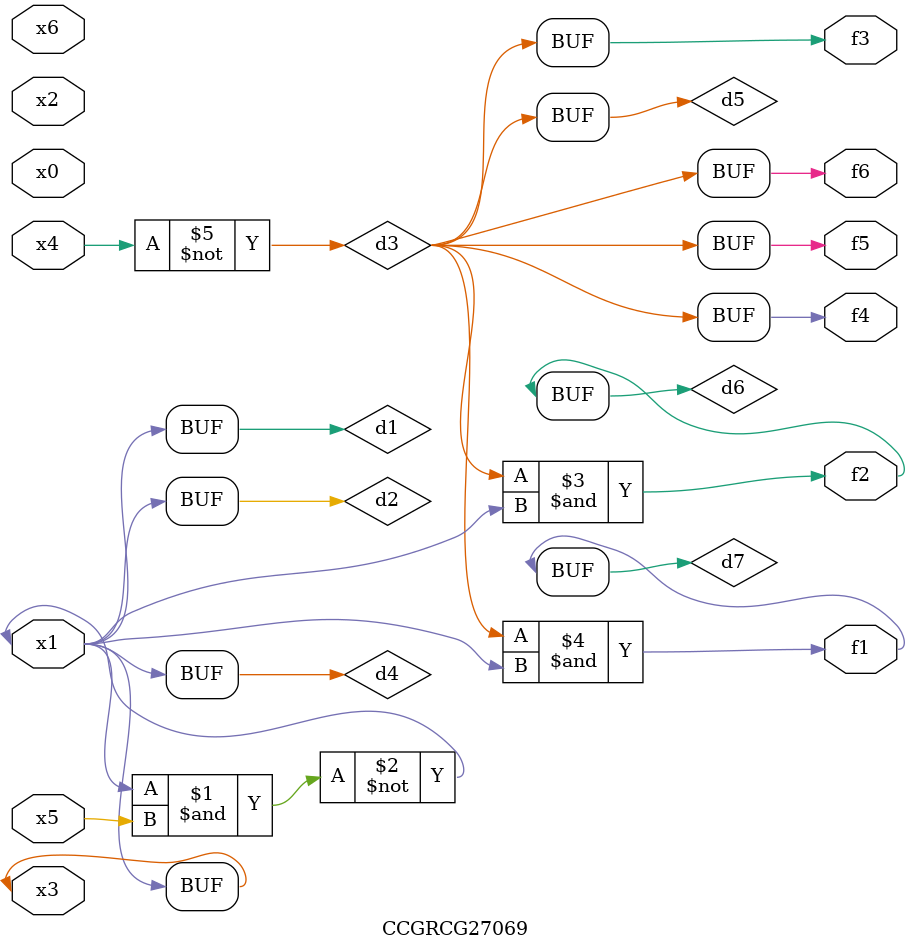
<source format=v>
module CCGRCG27069(
	input x0, x1, x2, x3, x4, x5, x6,
	output f1, f2, f3, f4, f5, f6
);

	wire d1, d2, d3, d4, d5, d6, d7;

	buf (d1, x1, x3);
	nand (d2, x1, x5);
	not (d3, x4);
	buf (d4, d1, d2);
	buf (d5, d3);
	and (d6, d3, d4);
	and (d7, d3, d4);
	assign f1 = d7;
	assign f2 = d6;
	assign f3 = d5;
	assign f4 = d5;
	assign f5 = d5;
	assign f6 = d5;
endmodule

</source>
